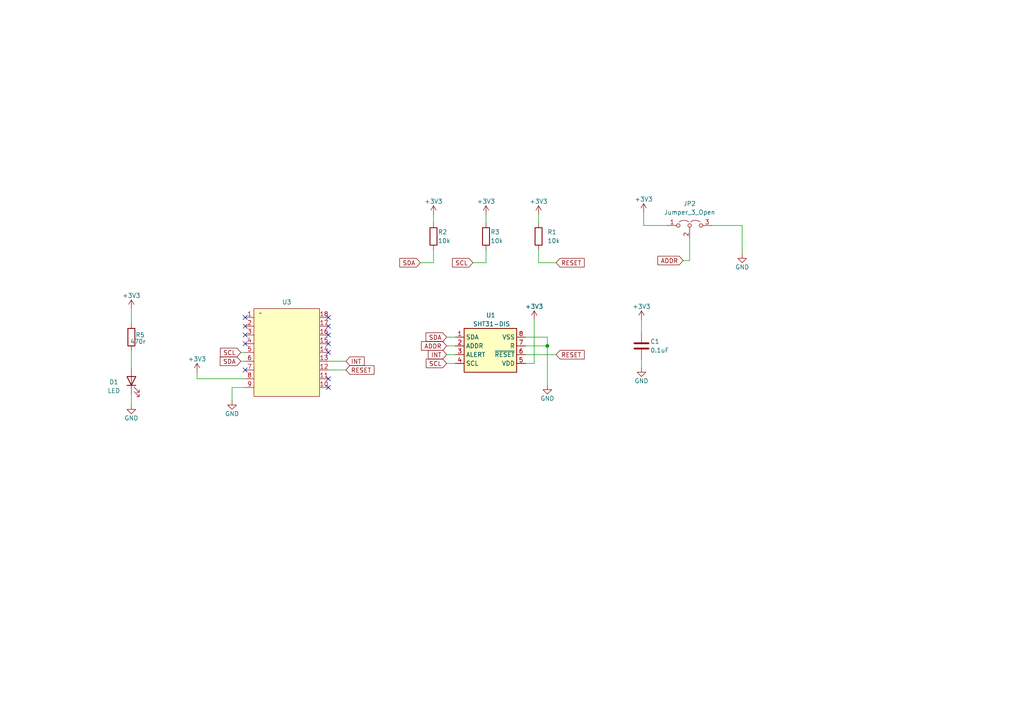
<source format=kicad_sch>
(kicad_sch (version 20230121) (generator eeschema)

  (uuid 5584114c-d7c4-4da4-876e-b4761e9e7796)

  (paper "A4")

  (lib_symbols
    (symbol "Device:C" (pin_numbers hide) (pin_names (offset 0.254)) (in_bom yes) (on_board yes)
      (property "Reference" "C" (at 0.635 2.54 0)
        (effects (font (size 1.27 1.27)) (justify left))
      )
      (property "Value" "C" (at 0.635 -2.54 0)
        (effects (font (size 1.27 1.27)) (justify left))
      )
      (property "Footprint" "" (at 0.9652 -3.81 0)
        (effects (font (size 1.27 1.27)) hide)
      )
      (property "Datasheet" "~" (at 0 0 0)
        (effects (font (size 1.27 1.27)) hide)
      )
      (property "ki_keywords" "cap capacitor" (at 0 0 0)
        (effects (font (size 1.27 1.27)) hide)
      )
      (property "ki_description" "Unpolarized capacitor" (at 0 0 0)
        (effects (font (size 1.27 1.27)) hide)
      )
      (property "ki_fp_filters" "C_*" (at 0 0 0)
        (effects (font (size 1.27 1.27)) hide)
      )
      (symbol "C_0_1"
        (polyline
          (pts
            (xy -2.032 -0.762)
            (xy 2.032 -0.762)
          )
          (stroke (width 0.508) (type default))
          (fill (type none))
        )
        (polyline
          (pts
            (xy -2.032 0.762)
            (xy 2.032 0.762)
          )
          (stroke (width 0.508) (type default))
          (fill (type none))
        )
      )
      (symbol "C_1_1"
        (pin passive line (at 0 3.81 270) (length 2.794)
          (name "~" (effects (font (size 1.27 1.27))))
          (number "1" (effects (font (size 1.27 1.27))))
        )
        (pin passive line (at 0 -3.81 90) (length 2.794)
          (name "~" (effects (font (size 1.27 1.27))))
          (number "2" (effects (font (size 1.27 1.27))))
        )
      )
    )
    (symbol "Device:LED" (pin_numbers hide) (pin_names (offset 1.016) hide) (in_bom yes) (on_board yes)
      (property "Reference" "D" (at 0 2.54 0)
        (effects (font (size 1.27 1.27)))
      )
      (property "Value" "LED" (at 0 -2.54 0)
        (effects (font (size 1.27 1.27)))
      )
      (property "Footprint" "" (at 0 0 0)
        (effects (font (size 1.27 1.27)) hide)
      )
      (property "Datasheet" "~" (at 0 0 0)
        (effects (font (size 1.27 1.27)) hide)
      )
      (property "ki_keywords" "LED diode" (at 0 0 0)
        (effects (font (size 1.27 1.27)) hide)
      )
      (property "ki_description" "Light emitting diode" (at 0 0 0)
        (effects (font (size 1.27 1.27)) hide)
      )
      (property "ki_fp_filters" "LED* LED_SMD:* LED_THT:*" (at 0 0 0)
        (effects (font (size 1.27 1.27)) hide)
      )
      (symbol "LED_0_1"
        (polyline
          (pts
            (xy -1.27 -1.27)
            (xy -1.27 1.27)
          )
          (stroke (width 0.254) (type default))
          (fill (type none))
        )
        (polyline
          (pts
            (xy -1.27 0)
            (xy 1.27 0)
          )
          (stroke (width 0) (type default))
          (fill (type none))
        )
        (polyline
          (pts
            (xy 1.27 -1.27)
            (xy 1.27 1.27)
            (xy -1.27 0)
            (xy 1.27 -1.27)
          )
          (stroke (width 0.254) (type default))
          (fill (type none))
        )
        (polyline
          (pts
            (xy -3.048 -0.762)
            (xy -4.572 -2.286)
            (xy -3.81 -2.286)
            (xy -4.572 -2.286)
            (xy -4.572 -1.524)
          )
          (stroke (width 0) (type default))
          (fill (type none))
        )
        (polyline
          (pts
            (xy -1.778 -0.762)
            (xy -3.302 -2.286)
            (xy -2.54 -2.286)
            (xy -3.302 -2.286)
            (xy -3.302 -1.524)
          )
          (stroke (width 0) (type default))
          (fill (type none))
        )
      )
      (symbol "LED_1_1"
        (pin passive line (at -3.81 0 0) (length 2.54)
          (name "K" (effects (font (size 1.27 1.27))))
          (number "1" (effects (font (size 1.27 1.27))))
        )
        (pin passive line (at 3.81 0 180) (length 2.54)
          (name "A" (effects (font (size 1.27 1.27))))
          (number "2" (effects (font (size 1.27 1.27))))
        )
      )
    )
    (symbol "Device:R" (pin_numbers hide) (pin_names (offset 0)) (in_bom yes) (on_board yes)
      (property "Reference" "R" (at 2.032 0 90)
        (effects (font (size 1.27 1.27)))
      )
      (property "Value" "R" (at 0 0 90)
        (effects (font (size 1.27 1.27)))
      )
      (property "Footprint" "" (at -1.778 0 90)
        (effects (font (size 1.27 1.27)) hide)
      )
      (property "Datasheet" "~" (at 0 0 0)
        (effects (font (size 1.27 1.27)) hide)
      )
      (property "ki_keywords" "R res resistor" (at 0 0 0)
        (effects (font (size 1.27 1.27)) hide)
      )
      (property "ki_description" "Resistor" (at 0 0 0)
        (effects (font (size 1.27 1.27)) hide)
      )
      (property "ki_fp_filters" "R_*" (at 0 0 0)
        (effects (font (size 1.27 1.27)) hide)
      )
      (symbol "R_0_1"
        (rectangle (start -1.016 -2.54) (end 1.016 2.54)
          (stroke (width 0.254) (type default))
          (fill (type none))
        )
      )
      (symbol "R_1_1"
        (pin passive line (at 0 3.81 270) (length 1.27)
          (name "~" (effects (font (size 1.27 1.27))))
          (number "1" (effects (font (size 1.27 1.27))))
        )
        (pin passive line (at 0 -3.81 90) (length 1.27)
          (name "~" (effects (font (size 1.27 1.27))))
          (number "2" (effects (font (size 1.27 1.27))))
        )
      )
    )
    (symbol "Jumper:Jumper_3_Open" (pin_names (offset 0) hide) (in_bom yes) (on_board yes)
      (property "Reference" "JP" (at -2.54 -2.54 0)
        (effects (font (size 1.27 1.27)))
      )
      (property "Value" "Jumper_3_Open" (at 0 2.794 0)
        (effects (font (size 1.27 1.27)))
      )
      (property "Footprint" "" (at 0 0 0)
        (effects (font (size 1.27 1.27)) hide)
      )
      (property "Datasheet" "~" (at 0 0 0)
        (effects (font (size 1.27 1.27)) hide)
      )
      (property "ki_keywords" "Jumper SPDT" (at 0 0 0)
        (effects (font (size 1.27 1.27)) hide)
      )
      (property "ki_description" "Jumper, 3-pole, both open" (at 0 0 0)
        (effects (font (size 1.27 1.27)) hide)
      )
      (property "ki_fp_filters" "Jumper* TestPoint*3Pads* TestPoint*Bridge*" (at 0 0 0)
        (effects (font (size 1.27 1.27)) hide)
      )
      (symbol "Jumper_3_Open_0_0"
        (circle (center -3.302 0) (radius 0.508)
          (stroke (width 0) (type default))
          (fill (type none))
        )
        (circle (center 0 0) (radius 0.508)
          (stroke (width 0) (type default))
          (fill (type none))
        )
        (circle (center 3.302 0) (radius 0.508)
          (stroke (width 0) (type default))
          (fill (type none))
        )
      )
      (symbol "Jumper_3_Open_0_1"
        (arc (start -0.254 1.016) (mid -1.651 1.4992) (end -3.048 1.016)
          (stroke (width 0) (type default))
          (fill (type none))
        )
        (polyline
          (pts
            (xy 0 -0.508)
            (xy 0 -1.27)
          )
          (stroke (width 0) (type default))
          (fill (type none))
        )
        (arc (start 3.048 1.016) (mid 1.651 1.4992) (end 0.254 1.016)
          (stroke (width 0) (type default))
          (fill (type none))
        )
      )
      (symbol "Jumper_3_Open_1_1"
        (pin passive line (at -6.35 0 0) (length 2.54)
          (name "A" (effects (font (size 1.27 1.27))))
          (number "1" (effects (font (size 1.27 1.27))))
        )
        (pin passive line (at 0 -3.81 90) (length 2.54)
          (name "C" (effects (font (size 1.27 1.27))))
          (number "2" (effects (font (size 1.27 1.27))))
        )
        (pin passive line (at 6.35 0 180) (length 2.54)
          (name "B" (effects (font (size 1.27 1.27))))
          (number "3" (effects (font (size 1.27 1.27))))
        )
      )
    )
    (symbol "Sensor_Humidity:SHT31-DIS" (in_bom yes) (on_board yes)
      (property "Reference" "U1" (at -1.27 8.89 0)
        (effects (font (size 1.27 1.27)) (justify left))
      )
      (property "Value" "SHT31-DIS" (at -5.08 6.35 0)
        (effects (font (size 1.27 1.27)) (justify left))
      )
      (property "Footprint" "Sensor_Humidity:Sensirion_DFN-8-1EP_2.5x2.5mm_P0.5mm_EP1.1x1.7mm" (at 0 8.89 0)
        (effects (font (size 1.27 1.27)) hide)
      )
      (property "Datasheet" "https://www.sensirion.com/fileadmin/user_upload/customers/sensirion/Dokumente/2_Humidity_Sensors/Datasheets/Sensirion_Humidity_Sensors_SHT3x_Datasheet_digital.pdf" (at -1.27 10.16 0)
        (effects (font (size 1.27 1.27)) hide)
      )
      (property "ki_keywords" "digital temperature humidity i2c" (at 0 0 0)
        (effects (font (size 1.27 1.27)) hide)
      )
      (property "ki_description" "I²C humidity and temperature sensor, ±2%RH, ±0.2°C, DFN-8" (at 0 0 0)
        (effects (font (size 1.27 1.27)) hide)
      )
      (property "ki_fp_filters" "Sensirion*DFN*1EP*2.5x2.5mm*P0.5mm*" (at 0 0 0)
        (effects (font (size 1.27 1.27)) hide)
      )
      (symbol "SHT31-DIS_0_1"
        (rectangle (start -7.62 5.08) (end 7.62 -7.62)
          (stroke (width 0.254) (type default))
          (fill (type background))
        )
      )
      (symbol "SHT31-DIS_1_1"
        (pin bidirectional line (at -10.16 2.54 0) (length 2.54)
          (name "SDA" (effects (font (size 1.27 1.27))))
          (number "1" (effects (font (size 1.27 1.27))))
        )
        (pin input line (at -10.16 0 0) (length 2.54)
          (name "ADDR" (effects (font (size 1.27 1.27))))
          (number "2" (effects (font (size 1.27 1.27))))
        )
        (pin output line (at -10.16 -2.54 0) (length 2.54)
          (name "ALERT" (effects (font (size 1.27 1.27))))
          (number "3" (effects (font (size 1.27 1.27))))
        )
        (pin input line (at -10.16 -5.08 0) (length 2.54)
          (name "SCL" (effects (font (size 1.27 1.27))))
          (number "4" (effects (font (size 1.27 1.27))))
        )
        (pin power_in line (at 10.16 -5.08 180) (length 2.54)
          (name "VDD" (effects (font (size 1.27 1.27))))
          (number "5" (effects (font (size 1.27 1.27))))
        )
        (pin input line (at 10.16 -2.54 180) (length 2.54)
          (name "~{RESET}" (effects (font (size 1.27 1.27))))
          (number "6" (effects (font (size 1.27 1.27))))
        )
        (pin passive line (at 10.16 0 180) (length 2.54)
          (name "R" (effects (font (size 1.27 1.27))))
          (number "7" (effects (font (size 1.27 1.27))))
        )
        (pin power_in line (at 10.16 2.54 180) (length 2.54)
          (name "VSS" (effects (font (size 1.27 1.27))))
          (number "8" (effects (font (size 1.27 1.27))))
        )
        (pin passive line (at 10.16 2.54 180) (length 2.54) hide
          (name "VSS" (effects (font (size 1.27 1.27))))
          (number "9" (effects (font (size 1.27 1.27))))
        )
      )
    )
    (symbol "moduler_pin:air" (in_bom yes) (on_board yes)
      (property "Reference" "U" (at 7.62 2.54 0)
        (effects (font (size 1.27 1.27)))
      )
      (property "Value" "" (at 0 0 0)
        (effects (font (size 1.27 1.27)))
      )
      (property "Footprint" "" (at 0 0 0)
        (effects (font (size 1.27 1.27)) hide)
      )
      (property "Datasheet" "" (at 0 0 0)
        (effects (font (size 1.27 1.27)) hide)
      )
      (symbol "air_1_1"
        (rectangle (start -1.905 1.27) (end 17.145 -24.13)
          (stroke (width 0) (type default))
          (fill (type background))
        )
        (pin input line (at -4.445 -1.27 0) (length 2.54)
          (name "" (effects (font (size 1.27 1.27))))
          (number "1" (effects (font (size 1.27 1.27))))
        )
        (pin input line (at 19.685 -21.59 180) (length 2.54)
          (name "" (effects (font (size 1.27 1.27))))
          (number "10" (effects (font (size 1.27 1.27))))
        )
        (pin input line (at 19.685 -19.05 180) (length 2.54)
          (name "" (effects (font (size 1.27 1.27))))
          (number "11" (effects (font (size 1.27 1.27))))
        )
        (pin input line (at 19.685 -16.51 180) (length 2.54)
          (name "" (effects (font (size 1.27 1.27))))
          (number "12" (effects (font (size 1.27 1.27))))
        )
        (pin input line (at 19.685 -13.97 180) (length 2.54)
          (name "" (effects (font (size 1.27 1.27))))
          (number "13" (effects (font (size 1.27 1.27))))
        )
        (pin input line (at 19.685 -11.43 180) (length 2.54)
          (name "" (effects (font (size 1.27 1.27))))
          (number "14" (effects (font (size 1.27 1.27))))
        )
        (pin input line (at 19.685 -8.89 180) (length 2.54)
          (name "" (effects (font (size 1.27 1.27))))
          (number "15" (effects (font (size 1.27 1.27))))
        )
        (pin input line (at 19.685 -6.35 180) (length 2.54)
          (name "" (effects (font (size 1.27 1.27))))
          (number "16" (effects (font (size 1.27 1.27))))
        )
        (pin input line (at 19.685 -3.81 180) (length 2.54)
          (name "" (effects (font (size 1.27 1.27))))
          (number "17" (effects (font (size 1.27 1.27))))
        )
        (pin input line (at 19.685 -1.27 180) (length 2.54)
          (name "" (effects (font (size 1.27 1.27))))
          (number "18" (effects (font (size 1.27 1.27))))
        )
        (pin input line (at -4.445 -3.81 0) (length 2.54)
          (name "" (effects (font (size 1.27 1.27))))
          (number "2" (effects (font (size 1.27 1.27))))
        )
        (pin input line (at -4.445 -6.35 0) (length 2.54)
          (name "" (effects (font (size 1.27 1.27))))
          (number "3" (effects (font (size 1.27 1.27))))
        )
        (pin input line (at -4.445 -8.89 0) (length 2.54)
          (name "" (effects (font (size 1.27 1.27))))
          (number "4" (effects (font (size 1.27 1.27))))
        )
        (pin input line (at -4.445 -11.43 0) (length 2.54)
          (name "" (effects (font (size 1.27 1.27))))
          (number "5" (effects (font (size 1.27 1.27))))
        )
        (pin input line (at -4.445 -13.97 0) (length 2.54)
          (name "" (effects (font (size 1.27 1.27))))
          (number "6" (effects (font (size 1.27 1.27))))
        )
        (pin input line (at -4.445 -16.51 0) (length 2.54)
          (name "" (effects (font (size 1.27 1.27))))
          (number "7" (effects (font (size 1.27 1.27))))
        )
        (pin input line (at -4.445 -19.05 0) (length 2.54)
          (name "" (effects (font (size 1.27 1.27))))
          (number "8" (effects (font (size 1.27 1.27))))
        )
        (pin input line (at -4.445 -21.59 0) (length 2.54)
          (name "" (effects (font (size 1.27 1.27))))
          (number "9" (effects (font (size 1.27 1.27))))
        )
      )
    )
    (symbol "power:+3V3" (power) (pin_names (offset 0)) (in_bom yes) (on_board yes)
      (property "Reference" "#PWR" (at 0 -3.81 0)
        (effects (font (size 1.27 1.27)) hide)
      )
      (property "Value" "+3V3" (at 0 3.556 0)
        (effects (font (size 1.27 1.27)))
      )
      (property "Footprint" "" (at 0 0 0)
        (effects (font (size 1.27 1.27)) hide)
      )
      (property "Datasheet" "" (at 0 0 0)
        (effects (font (size 1.27 1.27)) hide)
      )
      (property "ki_keywords" "global power" (at 0 0 0)
        (effects (font (size 1.27 1.27)) hide)
      )
      (property "ki_description" "Power symbol creates a global label with name \"+3V3\"" (at 0 0 0)
        (effects (font (size 1.27 1.27)) hide)
      )
      (symbol "+3V3_0_1"
        (polyline
          (pts
            (xy -0.762 1.27)
            (xy 0 2.54)
          )
          (stroke (width 0) (type default))
          (fill (type none))
        )
        (polyline
          (pts
            (xy 0 0)
            (xy 0 2.54)
          )
          (stroke (width 0) (type default))
          (fill (type none))
        )
        (polyline
          (pts
            (xy 0 2.54)
            (xy 0.762 1.27)
          )
          (stroke (width 0) (type default))
          (fill (type none))
        )
      )
      (symbol "+3V3_1_1"
        (pin power_in line (at 0 0 90) (length 0) hide
          (name "+3V3" (effects (font (size 1.27 1.27))))
          (number "1" (effects (font (size 1.27 1.27))))
        )
      )
    )
    (symbol "power:GND" (power) (pin_names (offset 0)) (in_bom yes) (on_board yes)
      (property "Reference" "#PWR" (at 0 -6.35 0)
        (effects (font (size 1.27 1.27)) hide)
      )
      (property "Value" "GND" (at 0 -3.81 0)
        (effects (font (size 1.27 1.27)))
      )
      (property "Footprint" "" (at 0 0 0)
        (effects (font (size 1.27 1.27)) hide)
      )
      (property "Datasheet" "" (at 0 0 0)
        (effects (font (size 1.27 1.27)) hide)
      )
      (property "ki_keywords" "global power" (at 0 0 0)
        (effects (font (size 1.27 1.27)) hide)
      )
      (property "ki_description" "Power symbol creates a global label with name \"GND\" , ground" (at 0 0 0)
        (effects (font (size 1.27 1.27)) hide)
      )
      (symbol "GND_0_1"
        (polyline
          (pts
            (xy 0 0)
            (xy 0 -1.27)
            (xy 1.27 -1.27)
            (xy 0 -2.54)
            (xy -1.27 -1.27)
            (xy 0 -1.27)
          )
          (stroke (width 0) (type default))
          (fill (type none))
        )
      )
      (symbol "GND_1_1"
        (pin power_in line (at 0 0 270) (length 0) hide
          (name "GND" (effects (font (size 1.27 1.27))))
          (number "1" (effects (font (size 1.27 1.27))))
        )
      )
    )
  )

  (junction (at 158.75 100.33) (diameter 0) (color 0 0 0 0)
    (uuid d5067f75-ec76-4141-916b-5d4addbbebe7)
  )

  (no_connect (at 71.12 92.075) (uuid 005db12a-2a4e-4e36-9ee3-b89b0aaf5972))
  (no_connect (at 95.25 99.695) (uuid 0d1d8fea-2eff-434f-a7aa-77375e166157))
  (no_connect (at 71.12 99.695) (uuid 1de69066-0ac4-4f82-9741-89d8c24247af))
  (no_connect (at 95.25 94.615) (uuid 2a6a5620-e45e-4c00-bdfb-5b627735814a))
  (no_connect (at 95.25 92.075) (uuid 33695b16-655c-46fc-b9f8-9f030a2a7638))
  (no_connect (at 95.25 109.855) (uuid 33b2a788-071c-410d-8bd8-ddc778be3097))
  (no_connect (at 95.25 112.395) (uuid 582bfcd9-7cef-4b2c-81af-35f49e4e14e5))
  (no_connect (at 71.12 94.615) (uuid 7f17bdd4-2590-4e2e-a632-034e3a597e50))
  (no_connect (at 95.25 97.155) (uuid 88ffedd8-3727-4ded-b221-df21e94de9ca))
  (no_connect (at 71.12 97.155) (uuid a5ae93e4-21a9-4047-9d5a-ec192863782f))
  (no_connect (at 95.25 102.235) (uuid dcdf29d1-788d-4d25-988f-5a26161f3db7))
  (no_connect (at 71.12 107.315) (uuid f5e0746e-c21e-4a8e-9be5-d72492970019))

  (wire (pts (xy 152.4 100.33) (xy 158.75 100.33))
    (stroke (width 0) (type default))
    (uuid 08995a0b-1f7f-40b3-bba9-1c0ae7076174)
  )
  (wire (pts (xy 125.73 72.39) (xy 125.73 76.2))
    (stroke (width 0) (type default))
    (uuid 0d063153-5e64-4d0b-b47c-91073e4e6fc2)
  )
  (wire (pts (xy 129.54 102.87) (xy 132.08 102.87))
    (stroke (width 0) (type default))
    (uuid 0d7dd42d-7afc-45f9-81c3-4317b1348793)
  )
  (wire (pts (xy 186.69 65.405) (xy 193.675 65.405))
    (stroke (width 0) (type default))
    (uuid 19437415-cae5-4034-9fb8-a5083b82da9f)
  )
  (wire (pts (xy 140.97 72.39) (xy 140.97 76.2))
    (stroke (width 0) (type default))
    (uuid 21abf52b-4dc6-4dff-bb9c-9bc20f11f977)
  )
  (wire (pts (xy 38.1 89.535) (xy 38.1 93.98))
    (stroke (width 0) (type default))
    (uuid 33857d37-39b9-407c-a620-d0a4a7abec9f)
  )
  (wire (pts (xy 129.54 97.79) (xy 132.08 97.79))
    (stroke (width 0) (type default))
    (uuid 4220ca60-2a83-4413-a912-bbb7b85a4ec7)
  )
  (wire (pts (xy 186.055 104.14) (xy 186.055 106.68))
    (stroke (width 0) (type default))
    (uuid 566b5e4d-742a-4640-80ad-028bb4d152e7)
  )
  (wire (pts (xy 69.85 104.775) (xy 71.12 104.775))
    (stroke (width 0) (type default))
    (uuid 5e7124e2-3046-4ba4-943d-c57227b7c38a)
  )
  (wire (pts (xy 158.75 100.33) (xy 158.75 111.76))
    (stroke (width 0) (type default))
    (uuid 6a8b351e-2e5e-4795-85d6-5621ca692c45)
  )
  (wire (pts (xy 67.31 116.205) (xy 67.31 112.395))
    (stroke (width 0) (type default))
    (uuid 6d48cc49-d772-46cc-9b39-2940bcc0e793)
  )
  (wire (pts (xy 215.265 65.405) (xy 206.375 65.405))
    (stroke (width 0) (type default))
    (uuid 6e492074-53ef-46d8-a816-f755c5c4a1d1)
  )
  (wire (pts (xy 158.75 97.79) (xy 158.75 100.33))
    (stroke (width 0) (type default))
    (uuid 7a9d114c-b56b-4dd8-b60e-9cfcbfd860aa)
  )
  (wire (pts (xy 38.1 114.3) (xy 38.1 117.475))
    (stroke (width 0) (type default))
    (uuid 7cf2d2e1-229e-430b-8e6d-87d710cc2565)
  )
  (wire (pts (xy 129.54 100.33) (xy 132.08 100.33))
    (stroke (width 0) (type default))
    (uuid 7d06b738-4890-456a-b699-b2b8465ee567)
  )
  (wire (pts (xy 200.025 75.565) (xy 198.12 75.565))
    (stroke (width 0) (type default))
    (uuid 84cf5a99-b5e7-4a0c-9618-57c4387bcccb)
  )
  (wire (pts (xy 140.97 76.2) (xy 137.16 76.2))
    (stroke (width 0) (type default))
    (uuid 94cd47b8-a707-4e35-ab41-2da3eb8f9b13)
  )
  (wire (pts (xy 186.69 61.595) (xy 186.69 65.405))
    (stroke (width 0) (type default))
    (uuid 976eafb6-8f4f-431c-826b-d47071bd333d)
  )
  (wire (pts (xy 95.25 104.775) (xy 100.33 104.775))
    (stroke (width 0) (type default))
    (uuid 995a88cb-e86e-43dc-9760-2e94a4009710)
  )
  (wire (pts (xy 161.29 102.87) (xy 152.4 102.87))
    (stroke (width 0) (type default))
    (uuid 9f2d6637-3663-48b3-836d-a8f98ca190d7)
  )
  (wire (pts (xy 200.025 69.215) (xy 200.025 75.565))
    (stroke (width 0) (type default))
    (uuid a28b579f-f225-452f-b4df-7e18347e4520)
  )
  (wire (pts (xy 154.94 105.41) (xy 152.4 105.41))
    (stroke (width 0) (type default))
    (uuid a65a770e-59ee-42f3-a065-4f86fc233e6b)
  )
  (wire (pts (xy 215.265 73.66) (xy 215.265 65.405))
    (stroke (width 0) (type default))
    (uuid a6c3eec5-57d0-40cc-81a2-968ab0459cd8)
  )
  (wire (pts (xy 57.15 107.95) (xy 57.15 109.855))
    (stroke (width 0) (type default))
    (uuid ac9b1852-6e43-415a-853a-d93f05228a2d)
  )
  (wire (pts (xy 125.73 62.23) (xy 125.73 64.77))
    (stroke (width 0) (type default))
    (uuid afd1fac3-034c-4d38-80da-efc101e46765)
  )
  (wire (pts (xy 156.21 76.2) (xy 156.21 72.39))
    (stroke (width 0) (type default))
    (uuid b0545e77-04ef-4af3-9576-458176468d17)
  )
  (wire (pts (xy 95.25 107.315) (xy 100.33 107.315))
    (stroke (width 0) (type default))
    (uuid b0a685c4-5d9a-4181-90ca-76bcce7fe74b)
  )
  (wire (pts (xy 161.29 76.2) (xy 156.21 76.2))
    (stroke (width 0) (type default))
    (uuid b6e79526-b267-4c1f-a27f-36bff37b8402)
  )
  (wire (pts (xy 140.97 62.23) (xy 140.97 64.77))
    (stroke (width 0) (type default))
    (uuid bf3d42e5-a766-4f66-99dd-fa792626ee9c)
  )
  (wire (pts (xy 125.73 76.2) (xy 121.92 76.2))
    (stroke (width 0) (type default))
    (uuid c6e07b9b-f0b9-4a8c-b246-e92e935e3894)
  )
  (wire (pts (xy 57.15 109.855) (xy 71.12 109.855))
    (stroke (width 0) (type default))
    (uuid d1b57d2d-26ed-44d6-8530-3438a1820701)
  )
  (wire (pts (xy 152.4 97.79) (xy 158.75 97.79))
    (stroke (width 0) (type default))
    (uuid dacf14d9-5c22-4c3a-a035-bde72e72f2dd)
  )
  (wire (pts (xy 154.94 92.71) (xy 154.94 105.41))
    (stroke (width 0) (type default))
    (uuid dd9a9ba8-6ee0-4e89-96dc-af8953828449)
  )
  (wire (pts (xy 186.055 92.71) (xy 186.055 96.52))
    (stroke (width 0) (type default))
    (uuid df57b86c-3548-4e1d-90a7-673ec65fa5ac)
  )
  (wire (pts (xy 156.21 62.23) (xy 156.21 64.77))
    (stroke (width 0) (type default))
    (uuid ebac54fa-06f6-412b-9497-689112f93b05)
  )
  (wire (pts (xy 129.54 105.41) (xy 132.08 105.41))
    (stroke (width 0) (type default))
    (uuid ec8281a9-526b-4454-95ad-6f3915304aab)
  )
  (wire (pts (xy 38.1 101.6) (xy 38.1 106.68))
    (stroke (width 0) (type default))
    (uuid f162c6d9-680e-4dcf-b255-475886163233)
  )
  (wire (pts (xy 69.85 102.235) (xy 71.12 102.235))
    (stroke (width 0) (type default))
    (uuid f25e726e-d945-4195-8223-a6e91264e9a9)
  )
  (wire (pts (xy 67.31 112.395) (xy 71.12 112.395))
    (stroke (width 0) (type default))
    (uuid f552448e-1432-4259-8754-a72c53055cf1)
  )

  (global_label "SDA" (shape input) (at 121.92 76.2 180) (fields_autoplaced)
    (effects (font (size 1.27 1.27)) (justify right))
    (uuid 21534fa1-7163-4005-941a-4e8366dd8993)
    (property "Intersheetrefs" "${INTERSHEET_REFS}" (at 115.3667 76.2 0)
      (effects (font (size 1.27 1.27)) (justify right) hide)
    )
  )
  (global_label "SDA" (shape input) (at 69.85 104.775 180) (fields_autoplaced)
    (effects (font (size 1.27 1.27)) (justify right))
    (uuid 2b7e8339-34c1-47e0-bbad-99f94c763d45)
    (property "Intersheetrefs" "${INTERSHEET_REFS}" (at 63.2967 104.775 0)
      (effects (font (size 1.27 1.27)) (justify right) hide)
    )
  )
  (global_label "INT" (shape input) (at 129.54 102.87 180) (fields_autoplaced)
    (effects (font (size 1.27 1.27)) (justify right))
    (uuid 4c28a238-0ef3-4b14-9f44-89cc36ffc0e3)
    (property "Intersheetrefs" "${INTERSHEET_REFS}" (at 123.6519 102.87 0)
      (effects (font (size 1.27 1.27)) (justify right) hide)
    )
  )
  (global_label "RESET" (shape input) (at 100.33 107.315 0) (fields_autoplaced)
    (effects (font (size 1.27 1.27)) (justify left))
    (uuid 514f86fb-aa5e-46e1-a009-ace9bbc939b3)
    (property "Intersheetrefs" "${INTERSHEET_REFS}" (at 109.0603 107.315 0)
      (effects (font (size 1.27 1.27)) (justify left) hide)
    )
  )
  (global_label "RESET" (shape input) (at 161.29 102.87 0) (fields_autoplaced)
    (effects (font (size 1.27 1.27)) (justify left))
    (uuid 5f5c3133-fbe0-4bd4-b9ec-2052a4dfd0c2)
    (property "Intersheetrefs" "${INTERSHEET_REFS}" (at 170.0203 102.87 0)
      (effects (font (size 1.27 1.27)) (justify left) hide)
    )
  )
  (global_label "SCL" (shape input) (at 137.16 76.2 180) (fields_autoplaced)
    (effects (font (size 1.27 1.27)) (justify right))
    (uuid 64d72234-3db5-482d-9897-2b970a3f1fd1)
    (property "Intersheetrefs" "${INTERSHEET_REFS}" (at 130.6672 76.2 0)
      (effects (font (size 1.27 1.27)) (justify right) hide)
    )
  )
  (global_label "SDA" (shape input) (at 129.54 97.79 180) (fields_autoplaced)
    (effects (font (size 1.27 1.27)) (justify right))
    (uuid a77cc4df-203e-4857-b353-752e0b6eb43a)
    (property "Intersheetrefs" "${INTERSHEET_REFS}" (at 122.9867 97.79 0)
      (effects (font (size 1.27 1.27)) (justify right) hide)
    )
  )
  (global_label "SCL" (shape input) (at 69.85 102.235 180) (fields_autoplaced)
    (effects (font (size 1.27 1.27)) (justify right))
    (uuid add6109e-088e-4198-ac1d-7f5fbf608854)
    (property "Intersheetrefs" "${INTERSHEET_REFS}" (at 63.3572 102.235 0)
      (effects (font (size 1.27 1.27)) (justify right) hide)
    )
  )
  (global_label "RESET" (shape input) (at 161.29 76.2 0) (fields_autoplaced)
    (effects (font (size 1.27 1.27)) (justify left))
    (uuid c05ee03e-0163-4ffe-bbce-048afe5e8d08)
    (property "Intersheetrefs" "${INTERSHEET_REFS}" (at 170.0203 76.2 0)
      (effects (font (size 1.27 1.27)) (justify left) hide)
    )
  )
  (global_label "ADDR" (shape input) (at 198.12 75.565 180) (fields_autoplaced)
    (effects (font (size 1.27 1.27)) (justify right))
    (uuid d4e368cb-fbab-4ab0-b06e-a53e0283a54b)
    (property "Intersheetrefs" "${INTERSHEET_REFS}" (at 190.2362 75.565 0)
      (effects (font (size 1.27 1.27)) (justify right) hide)
    )
  )
  (global_label "SCL" (shape input) (at 129.54 105.41 180) (fields_autoplaced)
    (effects (font (size 1.27 1.27)) (justify right))
    (uuid d96eed0e-43d4-420d-885c-3052cf099d52)
    (property "Intersheetrefs" "${INTERSHEET_REFS}" (at 123.0472 105.41 0)
      (effects (font (size 1.27 1.27)) (justify right) hide)
    )
  )
  (global_label "ADDR" (shape input) (at 129.54 100.33 180) (fields_autoplaced)
    (effects (font (size 1.27 1.27)) (justify right))
    (uuid dda95d4e-6973-4f06-892e-44ec00b31522)
    (property "Intersheetrefs" "${INTERSHEET_REFS}" (at 121.6562 100.33 0)
      (effects (font (size 1.27 1.27)) (justify right) hide)
    )
  )
  (global_label "INT" (shape input) (at 100.33 104.775 0) (fields_autoplaced)
    (effects (font (size 1.27 1.27)) (justify left))
    (uuid f8a387d3-86b9-4661-8a78-f7611f75bfd6)
    (property "Intersheetrefs" "${INTERSHEET_REFS}" (at 106.2181 104.775 0)
      (effects (font (size 1.27 1.27)) (justify left) hide)
    )
  )

  (symbol (lib_id "power:+3V3") (at 186.69 61.595 0) (unit 1)
    (in_bom yes) (on_board yes) (dnp no)
    (uuid 03920616-26af-4c28-ab5b-fe982d1b0775)
    (property "Reference" "#PWR09" (at 186.69 65.405 0)
      (effects (font (size 1.27 1.27)) hide)
    )
    (property "Value" "+3V3" (at 186.69 57.785 0)
      (effects (font (size 1.27 1.27)))
    )
    (property "Footprint" "" (at 186.69 61.595 0)
      (effects (font (size 1.27 1.27)) hide)
    )
    (property "Datasheet" "" (at 186.69 61.595 0)
      (effects (font (size 1.27 1.27)) hide)
    )
    (pin "1" (uuid 9d2cea36-4e7f-40d6-a0ff-f2cacf7ae8e4))
    (instances
      (project "0016_Temperature_Humidity_Module_SHT31"
        (path "/5584114c-d7c4-4da4-876e-b4761e9e7796"
          (reference "#PWR09") (unit 1)
        )
      )
    )
  )

  (symbol (lib_id "power:GND") (at 186.055 106.68 0) (unit 1)
    (in_bom yes) (on_board yes) (dnp no)
    (uuid 1e35fb5e-98d6-4ce2-a912-5fb2dd84ff5d)
    (property "Reference" "#PWR07" (at 186.055 113.03 0)
      (effects (font (size 1.27 1.27)) hide)
    )
    (property "Value" "GND" (at 186.055 110.49 0)
      (effects (font (size 1.27 1.27)))
    )
    (property "Footprint" "" (at 186.055 106.68 0)
      (effects (font (size 1.27 1.27)) hide)
    )
    (property "Datasheet" "" (at 186.055 106.68 0)
      (effects (font (size 1.27 1.27)) hide)
    )
    (pin "1" (uuid 349e3568-e165-4355-98a3-f5092f400438))
    (instances
      (project "0016_Temperature_Humidity_Module_SHT31"
        (path "/5584114c-d7c4-4da4-876e-b4761e9e7796"
          (reference "#PWR07") (unit 1)
        )
      )
    )
  )

  (symbol (lib_id "moduler_pin:air") (at 75.565 90.805 0) (unit 1)
    (in_bom yes) (on_board yes) (dnp no) (fields_autoplaced)
    (uuid 299b5ceb-2870-41e2-80bf-c81ba76c39a6)
    (property "Reference" "U3" (at 83.185 87.63 0)
      (effects (font (size 1.27 1.27)))
    )
    (property "Value" "~" (at 75.565 90.805 0)
      (effects (font (size 1.27 1.27)))
    )
    (property "Footprint" "Moduler_:pin_header" (at 75.565 90.805 0)
      (effects (font (size 1.27 1.27)) hide)
    )
    (property "Datasheet" "" (at 75.565 90.805 0)
      (effects (font (size 1.27 1.27)) hide)
    )
    (pin "1" (uuid 3c4c0277-5b48-4a1e-9a68-3354d6799c1c))
    (pin "10" (uuid 0444d791-fdaa-469c-97de-462e52cff481))
    (pin "11" (uuid 19caeafa-8b54-4469-9374-b8fb310239a5))
    (pin "12" (uuid 54710404-f361-493a-9e38-6e52b4cabc8f))
    (pin "13" (uuid bc7e682b-4398-4d3a-8ea2-85337cf250b8))
    (pin "14" (uuid 445a3a72-1fb0-40fa-a47a-37272ce6b2b3))
    (pin "15" (uuid bba7a280-4bb2-4e39-9c9c-3021a5f10675))
    (pin "16" (uuid cf4800a3-9bb4-4124-939b-f9e7b58575de))
    (pin "17" (uuid 128d7e00-5389-416f-9528-aca5ab5575c2))
    (pin "18" (uuid 1ee6c334-81e5-4a4c-8fc3-a7d7107f2ddd))
    (pin "2" (uuid e5dee04d-fc1d-4784-b6cd-fe1226960ad6))
    (pin "3" (uuid 0ce03cec-6140-436f-83ab-9f9c91a9daa1))
    (pin "4" (uuid e2865f8c-18b4-4ff3-82d6-4b123f80275b))
    (pin "5" (uuid 3f8a9694-e6e1-4986-80a9-f0feec721560))
    (pin "6" (uuid d0ef0e3a-dc60-4ad3-be35-5052c60228a1))
    (pin "7" (uuid aa52d660-e6ab-4bcf-9c5f-d37bd1e36546))
    (pin "8" (uuid 5f4a5954-fc48-47a9-b2b8-c00d61fd0e0a))
    (pin "9" (uuid 1d7cb63c-73d2-4bf8-be49-9849cf39505a))
    (instances
      (project "0016_Temperature_Humidity_Module_SHT31"
        (path "/5584114c-d7c4-4da4-876e-b4761e9e7796"
          (reference "U3") (unit 1)
        )
      )
    )
  )

  (symbol (lib_id "power:+3V3") (at 186.055 92.71 0) (unit 1)
    (in_bom yes) (on_board yes) (dnp no)
    (uuid 3b10d10a-b313-48af-b15b-30e12ad0b7cd)
    (property "Reference" "#PWR05" (at 186.055 96.52 0)
      (effects (font (size 1.27 1.27)) hide)
    )
    (property "Value" "+3V3" (at 186.055 88.9 0)
      (effects (font (size 1.27 1.27)))
    )
    (property "Footprint" "" (at 186.055 92.71 0)
      (effects (font (size 1.27 1.27)) hide)
    )
    (property "Datasheet" "" (at 186.055 92.71 0)
      (effects (font (size 1.27 1.27)) hide)
    )
    (pin "1" (uuid 4c2fbb5e-31c6-476f-abb9-060b4f28023d))
    (instances
      (project "0016_Temperature_Humidity_Module_SHT31"
        (path "/5584114c-d7c4-4da4-876e-b4761e9e7796"
          (reference "#PWR05") (unit 1)
        )
      )
    )
  )

  (symbol (lib_id "Device:R") (at 38.1 97.79 180) (unit 1)
    (in_bom yes) (on_board yes) (dnp no)
    (uuid 426d2dbd-6a15-4551-af73-eba842d5693a)
    (property "Reference" "R5" (at 40.64 97.155 0)
      (effects (font (size 1.27 1.27)))
    )
    (property "Value" "470r" (at 40.005 99.06 0)
      (effects (font (size 1.27 1.27)))
    )
    (property "Footprint" "Resistor_SMD:R_0805_2012Metric" (at 39.878 97.79 90)
      (effects (font (size 1.27 1.27)) hide)
    )
    (property "Datasheet" "~" (at 38.1 97.79 0)
      (effects (font (size 1.27 1.27)) hide)
    )
    (pin "1" (uuid b597b3f5-e826-4483-9c0d-fc0fd45e527c))
    (pin "2" (uuid baa74678-af33-46e8-8b86-be59119b39b3))
    (instances
      (project "0016_Temperature_Humidity_Module_SHT31"
        (path "/5584114c-d7c4-4da4-876e-b4761e9e7796"
          (reference "R5") (unit 1)
        )
      )
    )
  )

  (symbol (lib_id "power:+3V3") (at 156.21 62.23 0) (unit 1)
    (in_bom yes) (on_board yes) (dnp no)
    (uuid 4eed0865-0774-45f0-a2c0-a446b0222dc3)
    (property "Reference" "#PWR04" (at 156.21 66.04 0)
      (effects (font (size 1.27 1.27)) hide)
    )
    (property "Value" "+3V3" (at 156.21 58.42 0)
      (effects (font (size 1.27 1.27)))
    )
    (property "Footprint" "" (at 156.21 62.23 0)
      (effects (font (size 1.27 1.27)) hide)
    )
    (property "Datasheet" "" (at 156.21 62.23 0)
      (effects (font (size 1.27 1.27)) hide)
    )
    (pin "1" (uuid f0bf0714-a197-4a75-84bb-a684b3d3402a))
    (instances
      (project "0016_Temperature_Humidity_Module_SHT31"
        (path "/5584114c-d7c4-4da4-876e-b4761e9e7796"
          (reference "#PWR04") (unit 1)
        )
      )
    )
  )

  (symbol (lib_id "power:+3V3") (at 154.94 92.71 0) (unit 1)
    (in_bom yes) (on_board yes) (dnp no)
    (uuid 500f8024-e326-4f3b-84d4-85ed9770e1f9)
    (property "Reference" "#PWR011" (at 154.94 96.52 0)
      (effects (font (size 1.27 1.27)) hide)
    )
    (property "Value" "+3V3" (at 154.94 88.9 0)
      (effects (font (size 1.27 1.27)))
    )
    (property "Footprint" "" (at 154.94 92.71 0)
      (effects (font (size 1.27 1.27)) hide)
    )
    (property "Datasheet" "" (at 154.94 92.71 0)
      (effects (font (size 1.27 1.27)) hide)
    )
    (pin "1" (uuid 00679917-bfcf-4a7f-bd8e-c946065837f6))
    (instances
      (project "0016_Temperature_Humidity_Module_SHT31"
        (path "/5584114c-d7c4-4da4-876e-b4761e9e7796"
          (reference "#PWR011") (unit 1)
        )
      )
    )
  )

  (symbol (lib_id "power:+3V3") (at 38.1 89.535 0) (unit 1)
    (in_bom yes) (on_board yes) (dnp no)
    (uuid 567a04bc-c2a6-4685-9046-2d1c67f5dc41)
    (property "Reference" "#PWR010" (at 38.1 93.345 0)
      (effects (font (size 1.27 1.27)) hide)
    )
    (property "Value" "+3V3" (at 38.1 85.725 0)
      (effects (font (size 1.27 1.27)))
    )
    (property "Footprint" "" (at 38.1 89.535 0)
      (effects (font (size 1.27 1.27)) hide)
    )
    (property "Datasheet" "" (at 38.1 89.535 0)
      (effects (font (size 1.27 1.27)) hide)
    )
    (pin "1" (uuid 52dc7103-bfd1-4a99-99b8-815b6b241b0f))
    (instances
      (project "0016_Temperature_Humidity_Module_SHT31"
        (path "/5584114c-d7c4-4da4-876e-b4761e9e7796"
          (reference "#PWR010") (unit 1)
        )
      )
    )
  )

  (symbol (lib_id "power:+3V3") (at 57.15 107.95 0) (unit 1)
    (in_bom yes) (on_board yes) (dnp no)
    (uuid 62a3eeb9-7e4c-46bc-aac1-96c8f02f1752)
    (property "Reference" "#PWR020" (at 57.15 111.76 0)
      (effects (font (size 1.27 1.27)) hide)
    )
    (property "Value" "+3V3" (at 57.15 104.14 0)
      (effects (font (size 1.27 1.27)))
    )
    (property "Footprint" "" (at 57.15 107.95 0)
      (effects (font (size 1.27 1.27)) hide)
    )
    (property "Datasheet" "" (at 57.15 107.95 0)
      (effects (font (size 1.27 1.27)) hide)
    )
    (pin "1" (uuid ad3b30b6-8086-4455-b754-b6628849d0fe))
    (instances
      (project "0016_Temperature_Humidity_Module_SHT31"
        (path "/5584114c-d7c4-4da4-876e-b4761e9e7796"
          (reference "#PWR020") (unit 1)
        )
      )
    )
  )

  (symbol (lib_id "power:+3V3") (at 140.97 62.23 0) (unit 1)
    (in_bom yes) (on_board yes) (dnp no)
    (uuid 6a4b9474-161f-479b-b71c-fa5a7c910e50)
    (property "Reference" "#PWR03" (at 140.97 66.04 0)
      (effects (font (size 1.27 1.27)) hide)
    )
    (property "Value" "+3V3" (at 140.97 58.42 0)
      (effects (font (size 1.27 1.27)))
    )
    (property "Footprint" "" (at 140.97 62.23 0)
      (effects (font (size 1.27 1.27)) hide)
    )
    (property "Datasheet" "" (at 140.97 62.23 0)
      (effects (font (size 1.27 1.27)) hide)
    )
    (pin "1" (uuid 39166cdf-d416-447d-b781-9d0cc8808d54))
    (instances
      (project "0016_Temperature_Humidity_Module_SHT31"
        (path "/5584114c-d7c4-4da4-876e-b4761e9e7796"
          (reference "#PWR03") (unit 1)
        )
      )
    )
  )

  (symbol (lib_id "power:GND") (at 215.265 73.66 0) (unit 1)
    (in_bom yes) (on_board yes) (dnp no)
    (uuid 7a6ccddc-cb7c-47eb-9a5a-48fbd53ba89c)
    (property "Reference" "#PWR012" (at 215.265 80.01 0)
      (effects (font (size 1.27 1.27)) hide)
    )
    (property "Value" "GND" (at 215.265 77.47 0)
      (effects (font (size 1.27 1.27)))
    )
    (property "Footprint" "" (at 215.265 73.66 0)
      (effects (font (size 1.27 1.27)) hide)
    )
    (property "Datasheet" "" (at 215.265 73.66 0)
      (effects (font (size 1.27 1.27)) hide)
    )
    (pin "1" (uuid 163d091b-65aa-4b11-a6cf-0ad1b3209afc))
    (instances
      (project "0016_Temperature_Humidity_Module_SHT31"
        (path "/5584114c-d7c4-4da4-876e-b4761e9e7796"
          (reference "#PWR012") (unit 1)
        )
      )
    )
  )

  (symbol (lib_id "Device:LED") (at 38.1 110.49 90) (unit 1)
    (in_bom yes) (on_board yes) (dnp no)
    (uuid 90249d82-3e75-4529-b158-1220a0b29014)
    (property "Reference" "D1" (at 33.02 110.8075 90)
      (effects (font (size 1.27 1.27)))
    )
    (property "Value" "LED" (at 33.02 113.3475 90)
      (effects (font (size 1.27 1.27)))
    )
    (property "Footprint" "LED_SMD:LED_0805_2012Metric" (at 38.1 110.49 0)
      (effects (font (size 1.27 1.27)) hide)
    )
    (property "Datasheet" "~" (at 38.1 110.49 0)
      (effects (font (size 1.27 1.27)) hide)
    )
    (pin "1" (uuid 28e08ddd-2601-4a11-9d11-63cd6789d22a))
    (pin "2" (uuid a3baef3a-400b-4b71-a38d-14c09af23453))
    (instances
      (project "0016_Temperature_Humidity_Module_SHT31"
        (path "/5584114c-d7c4-4da4-876e-b4761e9e7796"
          (reference "D1") (unit 1)
        )
      )
    )
  )

  (symbol (lib_id "power:GND") (at 67.31 116.205 0) (unit 1)
    (in_bom yes) (on_board yes) (dnp no)
    (uuid 924cbb44-5478-42f2-9a74-3b487119f3ad)
    (property "Reference" "#PWR021" (at 67.31 122.555 0)
      (effects (font (size 1.27 1.27)) hide)
    )
    (property "Value" "GND" (at 67.31 120.015 0)
      (effects (font (size 1.27 1.27)))
    )
    (property "Footprint" "" (at 67.31 116.205 0)
      (effects (font (size 1.27 1.27)) hide)
    )
    (property "Datasheet" "" (at 67.31 116.205 0)
      (effects (font (size 1.27 1.27)) hide)
    )
    (pin "1" (uuid 8d927846-841c-405a-b98c-eaa670b0b48c))
    (instances
      (project "0016_Temperature_Humidity_Module_SHT31"
        (path "/5584114c-d7c4-4da4-876e-b4761e9e7796"
          (reference "#PWR021") (unit 1)
        )
      )
    )
  )

  (symbol (lib_id "power:+3V3") (at 125.73 62.23 0) (unit 1)
    (in_bom yes) (on_board yes) (dnp no)
    (uuid 9b198737-2eab-42a2-bdba-c6aab7d34987)
    (property "Reference" "#PWR02" (at 125.73 66.04 0)
      (effects (font (size 1.27 1.27)) hide)
    )
    (property "Value" "+3V3" (at 125.73 58.42 0)
      (effects (font (size 1.27 1.27)))
    )
    (property "Footprint" "" (at 125.73 62.23 0)
      (effects (font (size 1.27 1.27)) hide)
    )
    (property "Datasheet" "" (at 125.73 62.23 0)
      (effects (font (size 1.27 1.27)) hide)
    )
    (pin "1" (uuid 05bd7ed6-64de-43be-a901-0f1a88d95036))
    (instances
      (project "0016_Temperature_Humidity_Module_SHT31"
        (path "/5584114c-d7c4-4da4-876e-b4761e9e7796"
          (reference "#PWR02") (unit 1)
        )
      )
    )
  )

  (symbol (lib_id "Device:R") (at 140.97 68.58 0) (unit 1)
    (in_bom yes) (on_board yes) (dnp no)
    (uuid a04b6c58-dc4a-462f-9be6-8c18eaa079b2)
    (property "Reference" "R3" (at 142.24 67.31 0)
      (effects (font (size 1.27 1.27)) (justify left))
    )
    (property "Value" "10k" (at 142.24 69.85 0)
      (effects (font (size 1.27 1.27)) (justify left))
    )
    (property "Footprint" "Resistor_SMD:R_0805_2012Metric" (at 139.192 68.58 90)
      (effects (font (size 1.27 1.27)) hide)
    )
    (property "Datasheet" "~" (at 140.97 68.58 0)
      (effects (font (size 1.27 1.27)) hide)
    )
    (pin "1" (uuid 38f004d6-efd5-46a6-8431-633e929ca116))
    (pin "2" (uuid be3d627a-d3fe-4bda-bc3c-4844e1f1f35d))
    (instances
      (project "0016_Temperature_Humidity_Module_SHT31"
        (path "/5584114c-d7c4-4da4-876e-b4761e9e7796"
          (reference "R3") (unit 1)
        )
      )
    )
  )

  (symbol (lib_id "Jumper:Jumper_3_Open") (at 200.025 65.405 0) (unit 1)
    (in_bom yes) (on_board yes) (dnp no) (fields_autoplaced)
    (uuid a63e489c-6442-481a-ab70-9f31937a9246)
    (property "Reference" "JP2" (at 200.025 59.055 0)
      (effects (font (size 1.27 1.27)))
    )
    (property "Value" "Jumper_3_Open" (at 200.025 61.595 0)
      (effects (font (size 1.27 1.27)))
    )
    (property "Footprint" "Jumper:SolderJumper-3_P1.3mm_Open_Pad1.0x1.5mm" (at 200.025 65.405 0)
      (effects (font (size 1.27 1.27)) hide)
    )
    (property "Datasheet" "~" (at 200.025 65.405 0)
      (effects (font (size 1.27 1.27)) hide)
    )
    (pin "1" (uuid bec42796-3f51-4197-8f02-eaa09ad4112c))
    (pin "2" (uuid 6908769c-f538-4a3a-8b62-511eb36b2418))
    (pin "3" (uuid 1b4edcb7-1c6a-4e97-a340-ca43499f9429))
    (instances
      (project "0016_Temperature_Humidity_Module_SHT31"
        (path "/5584114c-d7c4-4da4-876e-b4761e9e7796"
          (reference "JP2") (unit 1)
        )
      )
    )
  )

  (symbol (lib_id "Device:R") (at 125.73 68.58 0) (unit 1)
    (in_bom yes) (on_board yes) (dnp no)
    (uuid b2e50205-41e3-4733-aba6-945ca04326c8)
    (property "Reference" "R2" (at 127 67.31 0)
      (effects (font (size 1.27 1.27)) (justify left))
    )
    (property "Value" "10k" (at 127 69.85 0)
      (effects (font (size 1.27 1.27)) (justify left))
    )
    (property "Footprint" "Resistor_SMD:R_0805_2012Metric" (at 123.952 68.58 90)
      (effects (font (size 1.27 1.27)) hide)
    )
    (property "Datasheet" "~" (at 125.73 68.58 0)
      (effects (font (size 1.27 1.27)) hide)
    )
    (pin "1" (uuid f1f5d257-b02c-4da5-9fa0-c7e0f4f0a01c))
    (pin "2" (uuid 43fe60aa-5bbe-44ab-9a7b-255208778c6c))
    (instances
      (project "0016_Temperature_Humidity_Module_SHT31"
        (path "/5584114c-d7c4-4da4-876e-b4761e9e7796"
          (reference "R2") (unit 1)
        )
      )
    )
  )

  (symbol (lib_id "Device:R") (at 156.21 68.58 0) (unit 1)
    (in_bom yes) (on_board yes) (dnp no) (fields_autoplaced)
    (uuid b7c38495-3a6a-4c8c-873e-2ee1b4bc8780)
    (property "Reference" "R1" (at 158.75 67.31 0)
      (effects (font (size 1.27 1.27)) (justify left))
    )
    (property "Value" "10k" (at 158.75 69.85 0)
      (effects (font (size 1.27 1.27)) (justify left))
    )
    (property "Footprint" "Resistor_SMD:R_0805_2012Metric" (at 154.432 68.58 90)
      (effects (font (size 1.27 1.27)) hide)
    )
    (property "Datasheet" "~" (at 156.21 68.58 0)
      (effects (font (size 1.27 1.27)) hide)
    )
    (pin "1" (uuid 29cff7d4-29ad-42da-bddf-92ef38911c97))
    (pin "2" (uuid 6a5adcca-96a1-40bf-9c2b-8604d0d60f58))
    (instances
      (project "0016_Temperature_Humidity_Module_SHT31"
        (path "/5584114c-d7c4-4da4-876e-b4761e9e7796"
          (reference "R1") (unit 1)
        )
      )
    )
  )

  (symbol (lib_id "Device:C") (at 186.055 100.33 0) (unit 1)
    (in_bom yes) (on_board yes) (dnp no)
    (uuid bb5ec60c-9bad-4eb8-8002-409e5dc18670)
    (property "Reference" "C1" (at 188.595 99.06 0)
      (effects (font (size 1.27 1.27)) (justify left))
    )
    (property "Value" "0.1uF" (at 188.595 101.6 0)
      (effects (font (size 1.27 1.27)) (justify left))
    )
    (property "Footprint" "Capacitor_SMD:C_0805_2012Metric" (at 187.0202 104.14 0)
      (effects (font (size 1.27 1.27)) hide)
    )
    (property "Datasheet" "~" (at 186.055 100.33 0)
      (effects (font (size 1.27 1.27)) hide)
    )
    (pin "1" (uuid df7ca5c5-d602-45aa-9e32-c0b5191cf3f9))
    (pin "2" (uuid 0dc57d55-219e-400a-8204-59654ee43bf4))
    (instances
      (project "0016_Temperature_Humidity_Module_SHT31"
        (path "/5584114c-d7c4-4da4-876e-b4761e9e7796"
          (reference "C1") (unit 1)
        )
      )
    )
  )

  (symbol (lib_id "power:GND") (at 158.75 111.76 0) (unit 1)
    (in_bom yes) (on_board yes) (dnp no)
    (uuid bbfcf8c6-a003-4d9c-9e3f-4f3e3898bddb)
    (property "Reference" "#PWR01" (at 158.75 118.11 0)
      (effects (font (size 1.27 1.27)) hide)
    )
    (property "Value" "GND" (at 158.75 115.57 0)
      (effects (font (size 1.27 1.27)))
    )
    (property "Footprint" "" (at 158.75 111.76 0)
      (effects (font (size 1.27 1.27)) hide)
    )
    (property "Datasheet" "" (at 158.75 111.76 0)
      (effects (font (size 1.27 1.27)) hide)
    )
    (pin "1" (uuid ebe09d77-85a7-44cb-b20f-63bbaaa548bb))
    (instances
      (project "0016_Temperature_Humidity_Module_SHT31"
        (path "/5584114c-d7c4-4da4-876e-b4761e9e7796"
          (reference "#PWR01") (unit 1)
        )
      )
    )
  )

  (symbol (lib_id "Sensor_Humidity:SHT31-DIS") (at 142.24 100.33 0) (unit 1)
    (in_bom yes) (on_board yes) (dnp no) (fields_autoplaced)
    (uuid d1089d5a-28e6-4b95-bf94-5870c9bdcbc1)
    (property "Reference" "U1" (at 140.97 91.44 0)
      (effects (font (size 1.27 1.27)) (justify left))
    )
    (property "Value" "SHT31-DIS" (at 137.16 93.98 0)
      (effects (font (size 1.27 1.27)) (justify left))
    )
    (property "Footprint" "Sensor_Humidity:Sensirion_DFN-8-1EP_2.5x2.5mm_P0.5mm_EP1.1x1.7mm" (at 142.24 91.44 0)
      (effects (font (size 1.27 1.27)) hide)
    )
    (property "Datasheet" "https://www.sensirion.com/fileadmin/user_upload/customers/sensirion/Dokumente/2_Humidity_Sensors/Datasheets/Sensirion_Humidity_Sensors_SHT3x_Datasheet_digital.pdf" (at 140.97 90.17 0)
      (effects (font (size 1.27 1.27)) hide)
    )
    (pin "1" (uuid 595f1b24-6f8e-435e-8784-9b7537f773ed))
    (pin "2" (uuid 11717e4b-f3d4-4e68-bf91-387e8efdfc24))
    (pin "3" (uuid 844a8396-d51c-4b1b-bd36-ef24dc93dda6))
    (pin "4" (uuid be9a146f-6a43-42b2-9242-3f588d8ffc8a))
    (pin "5" (uuid 1e6a39d4-f43c-40c6-8460-6467e927cf07))
    (pin "6" (uuid 433aa57e-db17-423f-bb06-0d9e3bdfe550))
    (pin "7" (uuid 1adb67de-f8aa-4a7d-af58-fb054a88c543))
    (pin "8" (uuid 42bb21ca-2aa5-43fd-9f2b-3fcbf60f79f7))
    (pin "9" (uuid 3ccba8e8-2f7b-4eee-9f1e-317044d72ede))
    (instances
      (project "0016_Temperature_Humidity_Module_SHT31"
        (path "/5584114c-d7c4-4da4-876e-b4761e9e7796"
          (reference "U1") (unit 1)
        )
      )
    )
  )

  (symbol (lib_id "power:GND") (at 38.1 117.475 0) (unit 1)
    (in_bom yes) (on_board yes) (dnp no)
    (uuid fea3363e-620b-41dc-9f32-10b7bce4f07a)
    (property "Reference" "#PWR018" (at 38.1 123.825 0)
      (effects (font (size 1.27 1.27)) hide)
    )
    (property "Value" "GND" (at 38.1 121.285 0)
      (effects (font (size 1.27 1.27)))
    )
    (property "Footprint" "" (at 38.1 117.475 0)
      (effects (font (size 1.27 1.27)) hide)
    )
    (property "Datasheet" "" (at 38.1 117.475 0)
      (effects (font (size 1.27 1.27)) hide)
    )
    (pin "1" (uuid dcdc29fb-1243-40d2-997d-c83678766107))
    (instances
      (project "0016_Temperature_Humidity_Module_SHT31"
        (path "/5584114c-d7c4-4da4-876e-b4761e9e7796"
          (reference "#PWR018") (unit 1)
        )
      )
    )
  )

  (sheet_instances
    (path "/" (page "1"))
  )
)

</source>
